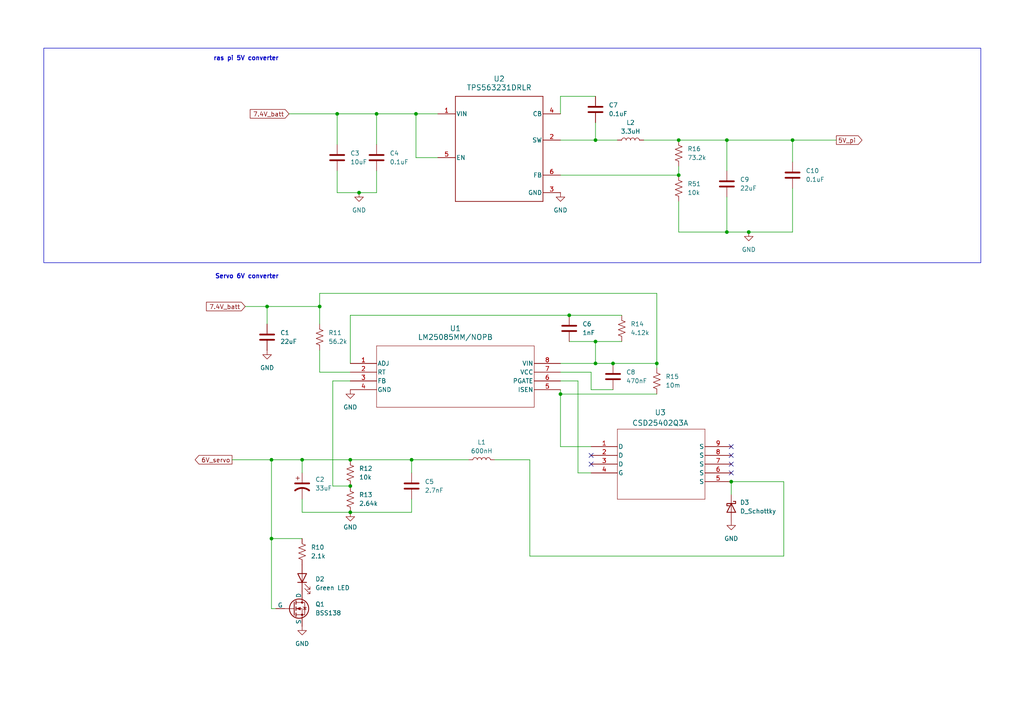
<source format=kicad_sch>
(kicad_sch (version 20231120) (generator "eeschema") (generator_version "8.0")
  (paper "A4")
  (lib_symbols
    (symbol "Alecs_Lib:CSD25402Q3A" (pin_names (offset 0.254))
      (property "Reference" "U" (at 20.32 10.16 0))
      (property "Value" "CSD25402Q3A" (at 20.32 7.62 0))
      (symbol "CSD25402Q3A_1_1"
        (polyline (pts (xy 7.62 -15.24) (xy 33.02 -15.24)) (stroke (width 0.127)))
        (polyline (pts (xy 7.62 5.08) (xy 7.62 -15.24)) (stroke (width 0.127)))
        (polyline (pts (xy 33.02 -15.24) (xy 33.02 5.08)) (stroke (width 0.127)))
        (polyline (pts (xy 33.02 5.08) (xy 7.62 5.08)) (stroke (width 0.127)))
        (pin unspecified line (at 0 0 0) (length 7.62) (name "D") (number "1"))
        (pin unspecified line (at 0 -2.54 0) (length 7.62) (name "D") (number "2"))
        (pin unspecified line (at 0 -5.08 0) (length 7.62) (name "D") (number "3"))
        (pin unspecified line (at 0 -7.62 0) (length 7.62) (name "G") (number "4"))
        (pin unspecified line (at 40.64 -10.16 180) (length 7.62) (name "S") (number "5"))
        (pin unspecified line (at 40.64 -7.62 180) (length 7.62) (name "S") (number "6"))
        (pin unspecified line (at 40.64 -5.08 180) (length 7.62) (name "S") (number "7"))
        (pin unspecified line (at 40.64 -2.54 180) (length 7.62) (name "S") (number "8"))
        (pin unspecified line (at 40.64 0 180) (length 7.62) (name "S") (number "9"))
      )
    )
    (symbol "Alecs_Lib:LM25085MM_NOPB" (pin_names (offset 0.254))
      (property "Value" "LM25085MM/NOPB" (at 30.48 7.62 0))
      (symbol "LM25085MM_NOPB_1_1"
        (polyline (pts (xy 7.62 -12.7) (xy 53.34 -12.7)) (stroke (width 0.127)))
        (polyline (pts (xy 7.62 5.08) (xy 7.62 -12.7)) (stroke (width 0.127)))
        (polyline (pts (xy 53.34 -12.7) (xy 53.34 5.08)) (stroke (width 0.127)))
        (polyline (pts (xy 53.34 5.08) (xy 7.62 5.08)) (stroke (width 0.127)))
        (pin input line (at 0 0 0) (length 7.62) (name "ADJ") (number "1"))
        (pin input line (at 0 -2.54 0) (length 7.62) (name "RT") (number "2"))
        (pin input line (at 0 -5.08 0) (length 7.62) (name "FB") (number "3"))
        (pin power_in line (at 0 -7.62 0) (length 7.62) (name "GND") (number "4"))
        (pin input line (at 60.96 -7.62 180) (length 7.62) (name "ISEN") (number "5"))
        (pin output line (at 60.96 -5.08 180) (length 7.62) (name "PGATE") (number "6"))
        (pin power_in line (at 60.96 -2.54 180) (length 7.62) (name "VCC") (number "7"))
        (pin power_in line (at 60.96 0 180) (length 7.62) (name "VIN") (number "8"))
      )
    )
    (symbol "Alecs_Lib:TPS563231DRLR" (pin_names (offset 0.254))
      (property "Reference" "U" (at 0 2.54 0))
      (property "Value" "TPS563231DRLR" (at 0 0 0))
      (symbol "TPS563231DRLR_1_1"
        (polyline (pts (xy -12.7 -15.24) (xy 12.7 -15.24)) (stroke (width 0.2032)))
        (polyline (pts (xy -12.7 15.24) (xy -12.7 -15.24)) (stroke (width 0.2032)))
        (polyline (pts (xy 12.7 -15.24) (xy 12.7 15.24)) (stroke (width 0.2032)))
        (polyline (pts (xy 12.7 15.24) (xy -12.7 15.24)) (stroke (width 0.2032)))
        (pin power_in line (at -17.78 10.16 0) (length 5.08) (name "VIN") (number "1"))
        (pin power_in line (at 17.78 2.54 180) (length 5.08) (name "SW") (number "2"))
        (pin power_in line (at 17.78 -12.7 180) (length 5.08) (name "GND") (number "3"))
        (pin unspecified line (at 17.78 10.16 180) (length 5.08) (name "CB") (number "4"))
        (pin input line (at -17.78 -2.54 0) (length 5.08) (name "EN") (number "5"))
        (pin input line (at 17.78 -7.62 180) (length 5.08) (name "FB") (number "6"))
      )
    )
    (symbol "Device:C" (pin_numbers hide) (pin_names (offset 0.254))
      (property "Reference" "C" (at 0.635 2.54 0))
      (property "Value" "C" (at 0.635 -2.54 0))
      (symbol "C_0_1"
        (polyline (pts (xy -2.032 -0.762) (xy 2.032 -0.762)) (stroke (width 0.508)))
        (polyline (pts (xy -2.032 0.762) (xy 2.032 0.762)) (stroke (width 0.508)))
      )
      (symbol "C_1_1"
        (pin passive line (at 0 3.81 270) (length 2.794) (name "~") (number "1"))
        (pin passive line (at 0 -3.81 90) (length 2.794) (name "~") (number "2"))
      )
    )
    (symbol "Device:C_Polarized_US" (pin_numbers hide) (pin_names (offset 0.254) hide)
      (property "Reference" "C" (at 0.635 2.54 0))
      (property "Value" "C_Polarized_US" (at 0.635 -2.54 0))
      (symbol "C_Polarized_US_0_1"
        (polyline (pts (xy -2.032 0.762) (xy 2.032 0.762)) (stroke (width 0.508)))
        (polyline (pts (xy -1.778 2.286) (xy -0.762 2.286)))
        (polyline (pts (xy -1.27 1.778) (xy -1.27 2.794)))
        (arc (start 2.032 -1.27) (mid 0 -0.5572) (end -2.032 -1.27) (stroke (width 0.508)))
      )
      (symbol "C_Polarized_US_1_1"
        (pin passive line (at 0 3.81 270) (length 2.794) (name "~") (number "1"))
        (pin passive line (at 0 -3.81 90) (length 3.302) (name "~") (number "2"))
      )
    )
    (symbol "Device:D_Schottky" (pin_numbers hide) (pin_names (offset 1.016) hide)
      (property "Reference" "D" (at 0 2.54 0))
      (property "Value" "D_Schottky" (at 0 -2.54 0))
      (symbol "D_Schottky_0_1"
        (polyline (pts (xy 1.27 0) (xy -1.27 0)))
        (polyline (pts (xy 1.27 1.27) (xy 1.27 -1.27) (xy -1.27 0) (xy 1.27 1.27)) (stroke (width 0.254)))
        (polyline (pts (xy -1.905 0.635) (xy -1.905 1.27) (xy -1.27 1.27) (xy -1.27 -1.27) (xy -0.635 -1.27) (xy -0.635 -0.635)) (stroke (width 0.254)))
      )
      (symbol "D_Schottky_1_1"
        (pin passive line (at -3.81 0 0) (length 2.54) (name "K") (number "1"))
        (pin passive line (at 3.81 0 180) (length 2.54) (name "A") (number "2"))
      )
    )
    (symbol "Device:L" (pin_numbers hide) (pin_names (offset 1.016) hide)
      (property "Reference" "L" (at -1.27 0 90))
      (property "Value" "L" (at 1.905 0 90))
      (symbol "L_0_1"
        (arc (start 0 -2.54) (mid 0.6323 -1.905) (end 0 -1.27))
        (arc (start 0 -1.27) (mid 0.6323 -0.635) (end 0 0))
        (arc (start 0 0) (mid 0.6323 0.635) (end 0 1.27))
        (arc (start 0 1.27) (mid 0.6323 1.905) (end 0 2.54))
      )
      (symbol "L_1_1"
        (pin passive line (at 0 3.81 270) (length 1.27) (name "1") (number "1"))
        (pin passive line (at 0 -3.81 90) (length 1.27) (name "2") (number "2"))
      )
    )
    (symbol "Device:LED" (pin_numbers hide) (pin_names (offset 1.016) hide)
      (property "Reference" "D" (at 0 2.54 0))
      (property "Value" "LED" (at 0 -2.54 0))
      (symbol "LED_0_1"
        (polyline (pts (xy -1.27 -1.27) (xy -1.27 1.27)) (stroke (width 0.254)))
        (polyline (pts (xy -1.27 0) (xy 1.27 0)))
        (polyline (pts (xy 1.27 -1.27) (xy 1.27 1.27) (xy -1.27 0) (xy 1.27 -1.27)) (stroke (width 0.254)))
        (polyline (pts (xy -3.048 -0.762) (xy -4.572 -2.286) (xy -3.81 -2.286) (xy -4.572 -2.286) (xy -4.572 -1.524)))
        (polyline (pts (xy -1.778 -0.762) (xy -3.302 -2.286) (xy -2.54 -2.286) (xy -3.302 -2.286) (xy -3.302 -1.524)))
      )
      (symbol "LED_1_1"
        (pin passive line (at -3.81 0 0) (length 2.54) (name "K") (number "1"))
        (pin passive line (at 3.81 0 180) (length 2.54) (name "A") (number "2"))
      )
    )
    (symbol "Device:R_US" (pin_numbers hide) (pin_names (offset 0))
      (property "Reference" "R" (at 2.54 0 90))
      (property "Value" "R_US" (at -2.54 0 90))
      (symbol "R_US_0_1"
        (polyline (pts (xy 0 -2.286) (xy 0 -2.54)))
        (polyline (pts (xy 0 2.286) (xy 0 2.54)))
        (polyline (pts (xy 0 -0.762) (xy 1.016 -1.143) (xy 0 -1.524) (xy -1.016 -1.905) (xy 0 -2.286)))
        (polyline (pts (xy 0 0.762) (xy 1.016 0.381) (xy 0 0) (xy -1.016 -0.381) (xy 0 -0.762)))
        (polyline (pts (xy 0 2.286) (xy 1.016 1.905) (xy 0 1.524) (xy -1.016 1.143) (xy 0 0.762)))
      )
      (symbol "R_US_1_1"
        (pin passive line (at 0 3.81 270) (length 1.27) (name "~") (number "1"))
        (pin passive line (at 0 -3.81 90) (length 1.27) (name "~") (number "2"))
      )
    )
    (symbol "Simulation_SPICE:NMOS" (pin_numbers hide) (pin_names (offset 0))
      (property "Reference" "Q" (at 5.08 1.27 0))
      (property "Value" "NMOS" (at 5.08 -1.27 0))
      (symbol "NMOS_0_1"
        (polyline (pts (xy 0.254 0) (xy -2.54 0)))
        (polyline (pts (xy 0.254 1.905) (xy 0.254 -1.905)) (stroke (width 0.254)))
        (polyline (pts (xy 0.762 -1.27) (xy 0.762 -2.286)) (stroke (width 0.254)))
        (polyline (pts (xy 0.762 0.508) (xy 0.762 -0.508)) (stroke (width 0.254)))
        (polyline (pts (xy 0.762 2.286) (xy 0.762 1.27)) (stroke (width 0.254)))
        (polyline (pts (xy 2.54 2.54) (xy 2.54 1.778)))
        (polyline (pts (xy 2.54 -2.54) (xy 2.54 0) (xy 0.762 0)))
        (polyline (pts (xy 0.762 -1.778) (xy 3.302 -1.778) (xy 3.302 1.778) (xy 0.762 1.778)))
        (polyline (pts (xy 1.016 0) (xy 2.032 0.381) (xy 2.032 -0.381) (xy 1.016 0)) (fill (type outline)))
        (polyline (pts (xy 2.794 0.508) (xy 2.921 0.381) (xy 3.683 0.381) (xy 3.81 0.254)))
        (polyline (pts (xy 3.302 0.381) (xy 2.921 -0.254) (xy 3.683 -0.254) (xy 3.302 0.381)))
        (circle (center 1.651 0) (radius 2.794) (stroke (width 0.254)))
        (circle (center 2.54 -1.778) (radius 0.254) (fill (type outline)))
        (circle (center 2.54 1.778) (radius 0.254) (fill (type outline)))
      )
      (symbol "NMOS_1_1"
        (pin passive line (at 2.54 5.08 270) (length 2.54) (name "D") (number "1"))
        (pin input line (at -5.08 0 0) (length 2.54) (name "G") (number "2"))
        (pin passive line (at 2.54 -5.08 90) (length 2.54) (name "S") (number "3"))
      )
    )
    (symbol "power:GND" (power) (pin_numbers hide) (pin_names (offset 0) hide)
      (property "Value" "GND" (at 0 -3.81 0))
      (symbol "GND_0_1"
        (polyline (pts (xy 0 0) (xy 0 -1.27) (xy 1.27 -1.27) (xy 0 -2.54) (xy -1.27 -1.27) (xy 0 -1.27)))
      )
      (symbol "GND_1_1"
        (pin power_in line (at 0 0 270) (length 0) (name "~") (number "1"))
      )
    )
  )
  (junction (at 212.09 139.7))
  (junction (at 97.79 33.02))
  (junction (at 104.14 55.88))
  (junction (at 196.85 50.8))
  (junction (at 165.1 91.44))
  (junction (at 196.85 40.64))
  (junction (at 77.47 88.9))
  (junction (at 190.5 105.41))
  (junction (at 87.63 133.35))
  (junction (at 210.82 67.31))
  (junction (at 101.6 133.35))
  (junction (at 172.72 40.64))
  (junction (at 229.87 40.64))
  (junction (at 210.82 40.64))
  (junction (at 78.74 133.35))
  (junction (at 120.65 33.02))
  (junction (at 172.72 105.41))
  (junction (at 119.38 133.35))
  (junction (at 162.56 114.3))
  (junction (at 172.72 99.06))
  (junction (at 109.22 33.02))
  (junction (at 101.6 140.97))
  (junction (at 177.8 105.41))
  (junction (at 78.74 156.21))
  (junction (at 217.17 67.31))
  (junction (at 101.6 148.59))
  (junction (at 92.71 88.9))
  (no_connect (at 212.09 134.62))
  (no_connect (at 212.09 129.54))
  (no_connect (at 212.09 132.08))
  (no_connect (at 171.45 134.62))
  (no_connect (at 212.09 137.16))
  (no_connect (at 171.45 132.08))
  (wire (pts (xy 153.67 133.35) (xy 143.51 133.35)))
  (wire (pts (xy 229.87 40.64) (xy 242.57 40.64)))
  (wire (pts (xy 177.8 105.41) (xy 190.5 105.41)))
  (wire (pts (xy 92.71 107.95) (xy 101.6 107.95)))
  (wire (pts (xy 172.72 40.64) (xy 172.72 35.56)))
  (wire (pts (xy 109.22 33.02) (xy 109.22 41.91)))
  (wire (pts (xy 87.63 137.16) (xy 87.63 133.35)))
  (wire (pts (xy 97.79 55.88) (xy 104.14 55.88)))
  (wire (pts (xy 229.87 67.31) (xy 229.87 54.61)))
  (wire (pts (xy 92.71 85.09) (xy 190.5 85.09)))
  (wire (pts (xy 165.1 99.06) (xy 172.72 99.06)))
  (wire (pts (xy 162.56 27.94) (xy 172.72 27.94)))
  (wire (pts (xy 162.56 33.02) (xy 162.56 27.94)))
  (wire (pts (xy 196.85 50.8) (xy 196.85 48.26)))
  (wire (pts (xy 229.87 40.64) (xy 229.87 46.99)))
  (wire (pts (xy 227.33 161.29) (xy 227.33 139.7)))
  (wire (pts (xy 104.14 55.88) (xy 109.22 55.88)))
  (wire (pts (xy 186.69 40.64) (xy 196.85 40.64)))
  (wire (pts (xy 96.52 110.49) (xy 96.52 140.97)))
  (wire (pts (xy 109.22 33.02) (xy 120.65 33.02)))
  (wire (pts (xy 97.79 33.02) (xy 109.22 33.02)))
  (wire (pts (xy 167.64 110.49) (xy 167.64 137.16)))
  (wire (pts (xy 227.33 161.29) (xy 153.67 161.29)))
  (wire (pts (xy 77.47 93.98) (xy 77.47 88.9)))
  (wire (pts (xy 78.74 176.53) (xy 80.01 176.53)))
  (wire (pts (xy 180.34 91.44) (xy 165.1 91.44)))
  (wire (pts (xy 97.79 33.02) (xy 97.79 41.91)))
  (wire (pts (xy 153.67 161.29) (xy 153.67 133.35)))
  (wire (pts (xy 177.8 113.03) (xy 171.45 113.03)))
  (wire (pts (xy 162.56 114.3) (xy 190.5 114.3)))
  (wire (pts (xy 190.5 85.09) (xy 190.5 105.41)))
  (wire (pts (xy 119.38 148.59) (xy 101.6 148.59)))
  (wire (pts (xy 196.85 40.64) (xy 210.82 40.64)))
  (wire (pts (xy 212.09 139.7) (xy 212.09 143.51)))
  (wire (pts (xy 87.63 148.59) (xy 101.6 148.59)))
  (wire (pts (xy 101.6 110.49) (xy 96.52 110.49)))
  (wire (pts (xy 190.5 105.41) (xy 190.5 106.68)))
  (wire (pts (xy 67.31 133.35) (xy 78.74 133.35)))
  (wire (pts (xy 120.65 33.02) (xy 120.65 45.72)))
  (wire (pts (xy 87.63 133.35) (xy 101.6 133.35)))
  (wire (pts (xy 71.12 88.9) (xy 77.47 88.9)))
  (wire (pts (xy 162.56 114.3) (xy 162.56 129.54)))
  (wire (pts (xy 212.09 139.7) (xy 227.33 139.7)))
  (wire (pts (xy 78.74 133.35) (xy 78.74 156.21)))
  (wire (pts (xy 97.79 49.53) (xy 97.79 55.88)))
  (wire (pts (xy 210.82 40.64) (xy 229.87 40.64)))
  (wire (pts (xy 119.38 137.16) (xy 119.38 133.35)))
  (wire (pts (xy 92.71 88.9) (xy 92.71 93.98)))
  (wire (pts (xy 101.6 91.44) (xy 165.1 91.44)))
  (wire (pts (xy 78.74 156.21) (xy 78.74 176.53)))
  (wire (pts (xy 172.72 99.06) (xy 180.34 99.06)))
  (wire (pts (xy 101.6 105.41) (xy 101.6 91.44)))
  (wire (pts (xy 171.45 113.03) (xy 171.45 107.95)))
  (wire (pts (xy 119.38 144.78) (xy 119.38 148.59)))
  (wire (pts (xy 210.82 40.64) (xy 210.82 49.53)))
  (wire (pts (xy 210.82 67.31) (xy 217.17 67.31)))
  (wire (pts (xy 92.71 85.09) (xy 92.71 88.9)))
  (wire (pts (xy 162.56 113.03) (xy 162.56 114.3)))
  (wire (pts (xy 196.85 58.42) (xy 196.85 67.31)))
  (wire (pts (xy 162.56 50.8) (xy 196.85 50.8)))
  (wire (pts (xy 172.72 99.06) (xy 172.72 105.41)))
  (wire (pts (xy 120.65 45.72) (xy 127 45.72)))
  (wire (pts (xy 77.47 88.9) (xy 92.71 88.9)))
  (wire (pts (xy 196.85 67.31) (xy 210.82 67.31)))
  (wire (pts (xy 109.22 55.88) (xy 109.22 49.53)))
  (wire (pts (xy 78.74 156.21) (xy 87.63 156.21)))
  (wire (pts (xy 119.38 133.35) (xy 135.89 133.35)))
  (wire (pts (xy 92.71 101.6) (xy 92.71 107.95)))
  (wire (pts (xy 162.56 129.54) (xy 171.45 129.54)))
  (wire (pts (xy 217.17 67.31) (xy 229.87 67.31)))
  (wire (pts (xy 172.72 40.64) (xy 179.07 40.64)))
  (wire (pts (xy 83.82 33.02) (xy 97.79 33.02)))
  (wire (pts (xy 87.63 144.78) (xy 87.63 148.59)))
  (wire (pts (xy 96.52 140.97) (xy 101.6 140.97)))
  (wire (pts (xy 172.72 105.41) (xy 177.8 105.41)))
  (wire (pts (xy 162.56 40.64) (xy 172.72 40.64)))
  (wire (pts (xy 162.56 105.41) (xy 172.72 105.41)))
  (wire (pts (xy 167.64 137.16) (xy 171.45 137.16)))
  (wire (pts (xy 162.56 110.49) (xy 167.64 110.49)))
  (wire (pts (xy 210.82 67.31) (xy 210.82 57.15)))
  (wire (pts (xy 78.74 133.35) (xy 87.63 133.35)))
  (wire (pts (xy 101.6 133.35) (xy 119.38 133.35)))
  (wire (pts (xy 171.45 107.95) (xy 162.56 107.95)))
  (wire (pts (xy 120.65 33.02) (xy 127 33.02)))
  (rectangle (start 12.7 13.97) (end 284.48 76.2))
  (text "ras pi 5V converter" (at 71.374 17.018 0) (effects (font (size 1.27 1.27) (thickness 0.254) (bold yes))))
  (text "Servo 6V converter" (at 71.628 80.264 0) (effects (font (size 1.27 1.27) (thickness 0.254) (bold yes))))
  (global_label "7.4V_batt" (shape input) (at 83.82 33.02 180) (property "Intersheetrefs" "${INTERSHEET_REFS}" (effects (hide yes))))
  (global_label "5V_pi" (shape output) (at 242.57 40.64 0) (property "Intersheetrefs" "${INTERSHEET_REFS}" (effects (hide yes))))
  (global_label "7.4V_batt" (shape input) (at 71.12 88.9 180) (property "Intersheetrefs" "${INTERSHEET_REFS}" (effects (hide yes))))
  (global_label "6V_servo" (shape output) (at 67.31 133.35 180) (property "Intersheetrefs" "${INTERSHEET_REFS}" (effects (hide yes))))
  (symbol (lib_id "Device:R_US") (at 87.63 160.02 0) (unit 1)
    (property "Reference" "R10" (at 90.17 158.7499 0) (effects (justify left)))
    (property "Value" "2.1k" (at 90.17 161.2899 0) (effects (justify left)))
    (property "Footprint" "Resistor_SMD:R_0603_1608Metric_Pad0.98x0.95mm_HandSolder" (effects (hide yes)))
    (property "Description" "Resistor, US symbol" (effects (hide yes)))
  )
  (symbol (lib_id "Device:R_US") (at 196.85 54.61 0) (unit 1)
    (property "Reference" "R51" (at 199.39 53.3399 0) (effects (justify left)))
    (property "Value" "10k" (at 199.39 55.8799 0) (effects (justify left)))
    (property "Footprint" "Resistor_SMD:R_0603_1608Metric_Pad0.98x0.95mm_HandSolder" (effects (hide yes)))
    (property "Description" "Resistor, US symbol" (effects (hide yes)))
  )
  (symbol (lib_id "Device:R_US") (at 101.6 144.78 0) (unit 1)
    (property "Reference" "R13" (at 104.14 143.5099 0) (effects (justify left)))
    (property "Value" "2.64k" (at 104.14 146.0499 0) (effects (justify left)))
    (property "Footprint" "Resistor_SMD:R_0603_1608Metric_Pad0.98x0.95mm_HandSolder" (effects (hide yes)))
    (property "Description" "Resistor, US symbol" (effects (hide yes)))
  )
  (symbol (lib_id "Alecs_Lib:TPS563231DRLR") (at 144.78 43.18 0) (unit 1)
    (property "Reference" "U2" (at 144.78 22.86 0) (effects (font (size 1.524 1.524))))
    (property "Value" "TPS563231DRLR" (at 144.78 25.4 0) (effects (font (size 1.524 1.524))))
    (property "Footprint" "Spiderbot:DRL0006A" (effects (hide yes)))
    (property "Datasheet" "https://www.ti.com/general/docs/suppproductinfo.tsp?distId=10&gotoUrl=https%3A%2F%2Fwww.ti.com%2Flit%2Fgpn%2Ftps563231" (effects (hide yes)))
    (property "Link" "https://www.digikey.com/en/products/detail/texas-instruments/TPS563231DRLR/10434665" (effects (hide yes)))
  )
  (symbol (lib_id "Device:C") (at 109.22 45.72 0) (unit 1)
    (property "Reference" "C4" (at 113.03 44.4499 0) (effects (justify left)))
    (property "Value" "0.1uF" (at 113.03 46.9899 0) (effects (justify left)))
    (property "Footprint" "Capacitor_SMD:C_0603_1608Metric_Pad1.08x0.95mm_HandSolder" (effects (hide yes)))
    (property "Description" "Unpolarized capacitor" (effects (hide yes)))
  )
  (symbol (lib_id "Device:D_Schottky") (at 212.09 147.32 270) (unit 1)
    (property "Reference" "D3" (at 214.63 145.7324 90) (effects (justify left)))
    (property "Value" "D_Schottky" (at 214.63 148.2724 90) (effects (justify left)))
    (property "Footprint" "Spiderbot:DIODE_SODB340_2P92X4P6_DIO" (effects (hide yes)))
    (property "Description" "Schottky diode" (effects (hide yes)))
    (property "Link" "https://www.digikey.com/en/products/detail/diodes-incorporated/B340LA-13-F/768769" (effects (hide yes)))
  )
  (symbol (lib_id "Device:C") (at 119.38 140.97 0) (unit 1)
    (property "Reference" "C5" (at 123.19 139.6999 0) (effects (justify left)))
    (property "Value" "2.7nF" (at 123.19 142.2399 0) (effects (justify left)))
    (property "Footprint" "Capacitor_SMD:C_0805_2012Metric_Pad1.18x1.45mm_HandSolder" (effects (hide yes)))
    (property "Description" "Unpolarized capacitor" (effects (hide yes)))
  )
  (symbol (lib_id "Device:R_US") (at 101.6 137.16 0) (unit 1)
    (property "Reference" "R12" (at 104.14 135.8899 0) (effects (justify left)))
    (property "Value" "10k" (at 104.14 138.4299 0) (effects (justify left)))
    (property "Footprint" "Resistor_SMD:R_0603_1608Metric_Pad0.98x0.95mm_HandSolder" (effects (hide yes)))
    (property "Description" "Resistor, US symbol" (effects (hide yes)))
  )
  (symbol (lib_id "Device:R_US") (at 196.85 44.45 0) (unit 1)
    (property "Reference" "R16" (at 199.39 43.1799 0) (effects (justify left)))
    (property "Value" "73.2k" (at 199.39 45.7199 0) (effects (justify left)))
    (property "Footprint" "Resistor_SMD:R_0603_1608Metric_Pad0.98x0.95mm_HandSolder" (effects (hide yes)))
    (property "Description" "Resistor, US symbol" (effects (hide yes)))
  )
  (symbol (lib_id "Alecs_Lib:LM25085MM_NOPB") (at 101.6 105.41 0) (unit 1)
    (property "Reference" "U1" (at 132.08 95.25 0) (effects (font (size 1.524 1.524))))
    (property "Value" "LM25085MM/NOPB" (at 132.08 97.79 0) (effects (font (size 1.524 1.524))))
    (property "Footprint" "Spiderbot:MUA08A" (effects (hide yes)))
    (property "Datasheet" "https://www.ti.com/general/docs/suppproductinfo.tsp?distId=10&gotoUrl=https%3A%2F%2Fwww.ti.com%2Flit%2Fgpn%2Flm25085" (effects (hide yes)))
    (property "Link" "https://www.digikey.com/en/products/detail/texas-instruments/LM25085MM-NOPB/1969544" (effects (hide yes)))
  )
  (symbol (lib_id "power:GND") (at 101.6 113.03 0) (unit 1)
    (property "Reference" "#PWR07" (effects (hide yes)))
    (property "Value" "GND" (at 101.6 118.11 0))
    (property "Description" "Power symbol creates a global label with name \"GND\" , ground" (effects (hide yes)))
  )
  (symbol (lib_id "Device:R_US") (at 180.34 95.25 0) (unit 1)
    (property "Reference" "R14" (at 182.88 93.9799 0) (effects (justify left)))
    (property "Value" "4.12k" (at 182.88 96.5199 0) (effects (justify left)))
    (property "Footprint" "Resistor_SMD:R_0603_1608Metric_Pad0.98x0.95mm_HandSolder" (effects (hide yes)))
    (property "Description" "Resistor, US symbol" (effects (hide yes)))
  )
  (symbol (lib_id "Device:C") (at 77.47 97.79 0) (unit 1)
    (property "Reference" "C1" (at 81.28 96.5199 0) (effects (justify left)))
    (property "Value" "22uF" (at 81.28 99.0599 0) (effects (justify left)))
    (property "Footprint" "Capacitor_SMD:C_0603_1608Metric_Pad1.08x0.95mm_HandSolder" (effects (hide yes)))
    (property "Description" "Unpolarized capacitor" (effects (hide yes)))
  )
  (symbol (lib_id "Device:C") (at 210.82 53.34 0) (unit 1)
    (property "Reference" "C9" (at 214.63 52.0699 0) (effects (justify left)))
    (property "Value" "22uF" (at 214.63 54.6099 0) (effects (justify left)))
    (property "Footprint" "Capacitor_SMD:C_0603_1608Metric_Pad1.08x0.95mm_HandSolder" (effects (hide yes)))
    (property "Description" "Unpolarized capacitor" (effects (hide yes)))
  )
  (symbol (lib_id "Device:R_US") (at 92.71 97.79 180) (unit 1)
    (property "Reference" "R11" (at 95.25 96.5199 0) (effects (justify right)))
    (property "Value" "56.2k" (at 95.25 99.0599 0) (effects (justify right)))
    (property "Footprint" "Resistor_SMD:R_0603_1608Metric_Pad0.98x0.95mm_HandSolder" (effects (hide yes)))
    (property "Description" "Resistor, US symbol" (effects (hide yes)))
  )
  (symbol (lib_id "power:GND") (at 87.63 181.61 0) (unit 1)
    (property "Reference" "#PWR06" (effects (hide yes)))
    (property "Value" "GND" (at 87.63 186.69 0))
    (property "Description" "Power symbol creates a global label with name \"GND\" , ground" (effects (hide yes)))
  )
  (symbol (lib_id "Device:LED") (at 87.63 167.64 90) (unit 1)
    (property "Reference" "D2" (at 91.44 167.9574 90) (effects (justify right)))
    (property "Value" "Green LED" (at 91.44 170.4974 90) (effects (justify right)))
    (property "Footprint" "LED_SMD:LED_0603_1608Metric_Pad1.05x0.95mm_HandSolder" (effects (hide yes)))
    (property "Description" "Light emitting diode" (effects (hide yes)))
    (property "Link" "https://www.digikey.com/en/products/detail/sunled/XZCDGK53W-8VF/10449775" (effects (hide yes)))
  )
  (symbol (lib_id "power:GND") (at 101.6 148.59 0) (unit 1)
    (property "Reference" "#PWR08" (effects (hide yes)))
    (property "Value" "GND" (at 101.6 152.908 0))
    (property "Description" "Power symbol creates a global label with name \"GND\" , ground" (effects (hide yes)))
  )
  (symbol (lib_id "Device:R_US") (at 190.5 110.49 0) (unit 1)
    (property "Reference" "R15" (at 193.04 109.2199 0) (effects (justify left)))
    (property "Value" "10m" (at 193.04 111.7599 0) (effects (justify left)))
    (property "Footprint" "Resistor_SMD:R_1210_3225Metric_Pad1.30x2.65mm_HandSolder" (effects (hide yes)))
    (property "Description" "Resistor, US symbol" (effects (hide yes)))
  )
  (symbol (lib_id "power:GND") (at 104.14 55.88 0) (unit 1)
    (property "Reference" "#PWR09" (effects (hide yes)))
    (property "Value" "GND" (at 104.14 60.96 0))
    (property "Description" "Power symbol creates a global label with name \"GND\" , ground" (effects (hide yes)))
  )
  (symbol (lib_id "Device:C_Polarized_US") (at 87.63 140.97 0) (unit 1)
    (property "Reference" "C2" (at 91.44 139.0649 0) (effects (justify left)))
    (property "Value" "33uF" (at 91.44 141.6049 0) (effects (justify left)))
    (property "Footprint" "Spiderbot:PCAP_TPB_B2_PAN" (effects (hide yes)))
    (property "Description" "Polarized capacitor, US symbol" (effects (hide yes)))
    (property "Link" "https://www.digikey.com/en/products/detail/panasonic-electronic-components/10TPB33M/4146627" (effects (hide yes)))
  )
  (symbol (lib_id "Device:C") (at 97.79 45.72 0) (unit 1)
    (property "Reference" "C3" (at 101.6 44.4499 0) (effects (justify left)))
    (property "Value" "10uF" (at 101.6 46.9899 0) (effects (justify left)))
    (property "Footprint" "Capacitor_SMD:C_0603_1608Metric_Pad1.08x0.95mm_HandSolder" (effects (hide yes)))
    (property "Description" "Unpolarized capacitor" (effects (hide yes)))
  )
  (symbol (lib_id "Device:C") (at 165.1 95.25 0) (unit 1)
    (property "Reference" "C6" (at 168.91 93.9799 0) (effects (justify left)))
    (property "Value" "1nF" (at 168.91 96.5199 0) (effects (justify left)))
    (property "Footprint" "Capacitor_SMD:C_0805_2012Metric_Pad1.18x1.45mm_HandSolder" (effects (hide yes)))
    (property "Description" "Unpolarized capacitor" (effects (hide yes)))
  )
  (symbol (lib_id "power:GND") (at 162.56 55.88 0) (unit 1)
    (property "Reference" "#PWR010" (effects (hide yes)))
    (property "Value" "GND" (at 162.56 60.96 0))
    (property "Description" "Power symbol creates a global label with name \"GND\" , ground" (effects (hide yes)))
  )
  (symbol (lib_id "Device:L") (at 182.88 40.64 90) (unit 1)
    (property "Reference" "L2" (at 182.88 35.56 90))
    (property "Value" "3.3uH" (at 182.88 38.1 90))
    (property "Footprint" "Spiderbot:IND_BOURNS_SRN8040" (effects (hide yes)))
    (property "Description" "Inductor" (effects (hide yes)))
    (property "Link" "https://www.digikey.com/en/products/detail/bourns-inc/SRN8040-3R3Y/2756175" (effects (hide yes)))
  )
  (symbol (lib_id "Alecs_Lib:CSD25402Q3A") (at 171.45 129.54 0) (unit 1)
    (property "Reference" "U3" (at 191.516 119.634 0) (effects (font (size 1.524 1.524))))
    (property "Value" "CSD25402Q3A" (at 191.516 122.682 0) (effects (font (size 1.524 1.524))))
    (property "Footprint" "Spiderbot:CSD25402Q3A" (effects (hide yes)))
    (property "Datasheet" "https://www.ti.com/general/docs/suppproductinfo.tsp?distId=10&gotoUrl=https%3A%2F%2Fwww.ti.com%2Flit%2Fgpn%2Fcsd25402q3a" (effects (hide yes)))
    (property "Link" "https://www.digikey.com/en/products/detail/texas-instruments/CSD25402Q3A/4563531" (effects (hide yes)))
  )
  (symbol (lib_id "Device:C") (at 229.87 50.8 0) (unit 1)
    (property "Reference" "C10" (at 233.68 49.5299 0) (effects (justify left)))
    (property "Value" "0.1uF" (at 233.68 52.0699 0) (effects (justify left)))
    (property "Footprint" "Capacitor_SMD:C_0603_1608Metric_Pad1.08x0.95mm_HandSolder" (effects (hide yes)))
    (property "Description" "Unpolarized capacitor" (effects (hide yes)))
  )
  (symbol (lib_id "power:GND") (at 212.09 151.13 0) (unit 1)
    (property "Reference" "#PWR011" (effects (hide yes)))
    (property "Value" "GND" (at 212.09 156.21 0))
    (property "Description" "Power symbol creates a global label with name \"GND\" , ground" (effects (hide yes)))
  )
  (symbol (lib_id "Device:C") (at 177.8 109.22 0) (unit 1)
    (property "Reference" "C8" (at 181.61 107.9499 0) (effects (justify left)))
    (property "Value" "470nF" (at 181.61 110.4899 0) (effects (justify left)))
    (property "Footprint" "Capacitor_SMD:C_0805_2012Metric_Pad1.18x1.45mm_HandSolder" (effects (hide yes)))
    (property "Description" "Unpolarized capacitor" (effects (hide yes)))
  )
  (symbol (lib_id "Device:C") (at 172.72 31.75 0) (unit 1)
    (property "Reference" "C7" (at 176.53 30.4799 0) (effects (justify left)))
    (property "Value" "0.1uF" (at 176.53 33.0199 0) (effects (justify left)))
    (property "Footprint" "Capacitor_SMD:C_0603_1608Metric_Pad1.08x0.95mm_HandSolder" (effects (hide yes)))
    (property "Description" "Unpolarized capacitor" (effects (hide yes)))
  )
  (symbol (lib_id "power:GND") (at 217.17 67.31 0) (unit 1)
    (property "Reference" "#PWR012" (effects (hide yes)))
    (property "Value" "GND" (at 217.17 72.39 0))
    (property "Description" "Power symbol creates a global label with name \"GND\" , ground" (effects (hide yes)))
  )
  (symbol (lib_id "power:GND") (at 77.47 101.6 0) (unit 1)
    (property "Reference" "#PWR05" (effects (hide yes)))
    (property "Value" "GND" (at 77.47 106.68 0))
    (property "Description" "Power symbol creates a global label with name \"GND\" , ground" (effects (hide yes)))
  )
  (symbol (lib_id "Simulation_SPICE:NMOS") (at 85.09 176.53 0) (unit 1)
    (property "Reference" "Q1" (at 91.44 175.2599 0) (effects (justify left)))
    (property "Value" "BSS138" (at 91.44 177.7999 0) (effects (justify left)))
    (property "Footprint" "Spiderbot:SOT-23_3L_ONS" (effects (hide yes)))
    (property "Datasheet" "https://ngspice.sourceforge.io/docs/ngspice-html-manual/manual.xhtml#cha_MOSFETs" (effects (hide yes)))
    (property "Description" "N-MOSFET transistor, drain/source/gate" (effects (hide yes)))
    (property "Sim.Device" "NMOS" (effects (hide yes)))
    (property "Sim.Type" "VDMOS" (effects (hide yes)))
    (property "Sim.Pins" "1=D 2=G 3=S" (effects (hide yes)))
    (property "Link" "https://www.digikey.com/en/products/detail/onsemi/BSS138/244210" (effects (hide yes)))
  )
  (symbol (lib_id "Device:L") (at 139.7 133.35 90) (unit 1)
    (property "Reference" "L1" (at 139.7 128.27 90))
    (property "Value" "600nH" (at 139.7 130.81 90))
    (property "Footprint" "Spiderbot:IND_SRP5030CA_BRN" (effects (hide yes)))
    (property "Description" "Inductor" (effects (hide yes)))
    (property "Link" "https://www.digikey.com/en/products/detail/bourns-inc/SRP5030CA-R60M/9351032" (effects (hide yes)))
  )
)
</source>
